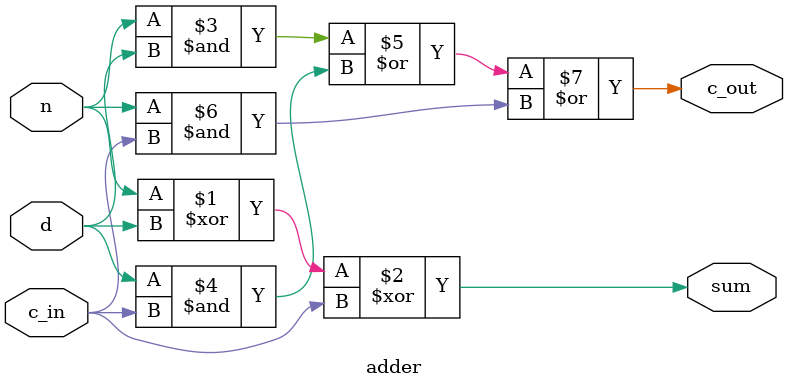
<source format=v>
module adder(n, d, c_in, sum, c_out);
input n, d, c_in;
output sum, c_out;

assign sum = n ^ d ^ c_in;
assign c_out = (n & d) | (d & c_in) | (n & c_in);
endmodule

</source>
